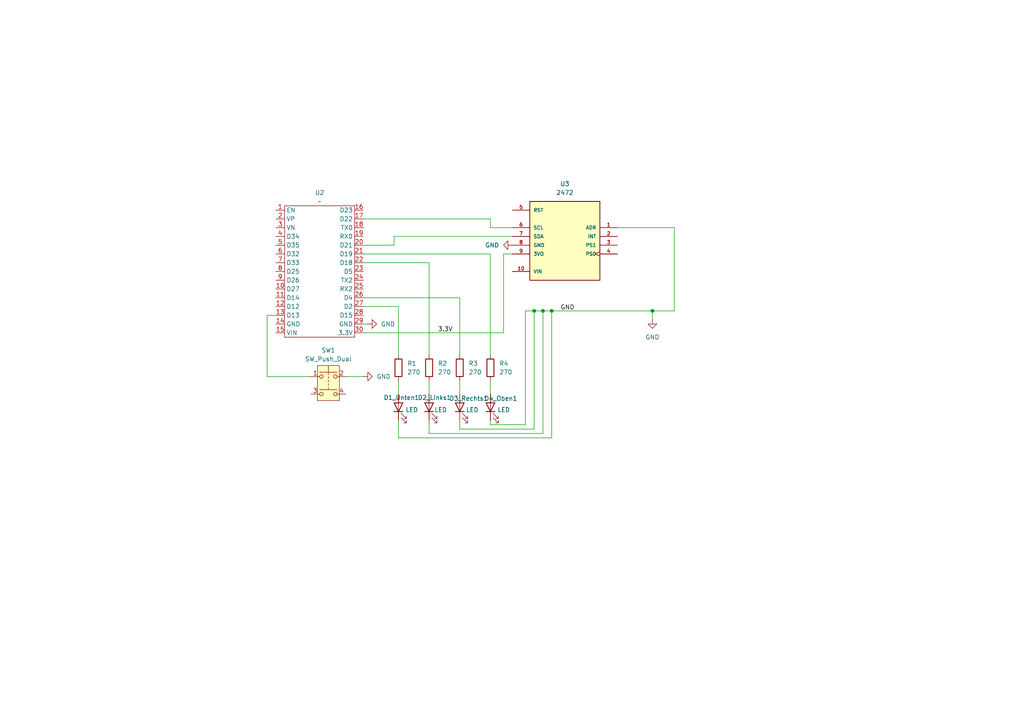
<source format=kicad_sch>
(kicad_sch (version 20250114) (generator "eeschema") (generator_version "9.0")
  (paper "A4")
  (lib_symbols
    (symbol "2472:2472" (pin_names (offset 1.016))
      (property "Reference" "U" (at -10.16 13.208 0))
      (property "Value" "2472" (at -10.16 -12.7 0))
      (symbol "2472_0_0"
        (rectangle (start -10.16 -10.16) (end 10.16 12.7) (stroke (width 0.254)) (fill (type background)))
      )
      (symbol "2472_1_0"
        (pin input line (at -15.24 5.08 0) (length 5.08) (name "ADR") (number "1"))
        (pin output line (at -15.24 2.54 0) (length 5.08) (name "INT") (number "2"))
        (pin input line (at -15.24 0 0) (length 5.08) (name "PS1") (number "3"))
        (pin input clock (at -15.24 -2.54 0) (length 5.08) (name "PS0") (number "4"))
        (pin input line (at 15.24 10.16 180) (length 5.08) (name "RST") (number "5"))
        (pin input line (at 15.24 5.08 180) (length 5.08) (name "SCL") (number "6"))
        (pin bidirectional line (at 15.24 2.54 180) (length 5.08) (name "SDA") (number "7"))
        (pin passive line (at 15.24 0 180) (length 5.08) (name "GND") (number "8"))
        (pin power_out line (at 15.24 -2.54 180) (length 5.08) (name "3VO") (number "9"))
        (pin power_in line (at 15.24 -7.62 180) (length 5.08) (name "VIN") (number "10"))
      )
    )
    (symbol "Device:LED" (pin_numbers (hide yes)) (pin_names (offset 1.016) (hide yes))
      (property "Reference" "D" (at 0 2.54 0))
      (property "Value" "LED" (at 0 -2.54 0))
      (symbol "LED_0_1"
        (polyline (pts (xy -3.048 -0.762) (xy -4.572 -2.286) (xy -3.81 -2.286) (xy -4.572 -2.286) (xy -4.572 -1.524)))
        (polyline (pts (xy -1.778 -0.762) (xy -3.302 -2.286) (xy -2.54 -2.286) (xy -3.302 -2.286) (xy -3.302 -1.524)))
        (polyline (pts (xy -1.27 0) (xy 1.27 0)))
        (polyline (pts (xy -1.27 -1.27) (xy -1.27 1.27)) (stroke (width 0.254)))
        (polyline (pts (xy 1.27 -1.27) (xy 1.27 1.27) (xy -1.27 0) (xy 1.27 -1.27)) (stroke (width 0.254)))
      )
      (symbol "LED_1_1"
        (pin passive line (at -3.81 0 0) (length 2.54) (name "K") (number "1"))
        (pin passive line (at 3.81 0 180) (length 2.54) (name "A") (number "2"))
      )
    )
    (symbol "Device:R" (pin_numbers (hide yes)) (pin_names (offset 0))
      (property "Reference" "R" (at 2.032 0 90))
      (property "Value" "R" (at 0 0 90))
      (symbol "R_0_1"
        (rectangle (start -1.016 -2.54) (end 1.016 2.54) (stroke (width 0.254)))
      )
      (symbol "R_1_1"
        (pin passive line (at 0 3.81 270) (length 1.27) (name "~") (number "1"))
        (pin passive line (at 0 -3.81 90) (length 1.27) (name "~") (number "2"))
      )
    )
    (symbol "JoyIt_NodeMCU_ESP32_1"
      (property "Reference" "U" (at 0 0 0))
      (symbol "JoyIt_NodeMCU_ESP32_1_0_1"
        (rectangle (start 0 -1.27) (end 20.32 -39.37))
      )
      (symbol "JoyIt_NodeMCU_ESP32_1_1_1"
        (pin input line (at -2.54 -2.54 0) (length 2.54) (name "EN") (number "1"))
        (pin input line (at -2.54 -5.08 0) (length 2.54) (name "VP") (number "2"))
        (pin input line (at -2.54 -7.62 0) (length 2.54) (name "VN") (number "3"))
        (pin input line (at -2.54 -10.16 0) (length 2.54) (name "D34") (number "4"))
        (pin input line (at -2.54 -12.7 0) (length 2.54) (name "D35") (number "5"))
        (pin bidirectional line (at -2.54 -15.24 0) (length 2.54) (name "D32") (number "6"))
        (pin bidirectional line (at -2.54 -17.78 0) (length 2.54) (name "D33") (number "7"))
        (pin bidirectional line (at -2.54 -20.32 0) (length 2.54) (name "D25") (number "8"))
        (pin bidirectional line (at -2.54 -22.86 0) (length 2.54) (name "D26") (number "9"))
        (pin bidirectional line (at -2.54 -25.4 0) (length 2.54) (name "D27") (number "10"))
        (pin bidirectional line (at -2.54 -27.94 0) (length 2.54) (name "D14") (number "11"))
        (pin bidirectional line (at -2.54 -30.48 0) (length 2.54) (name "D12") (number "12"))
        (pin bidirectional line (at -2.54 -33.02 0) (length 2.54) (name "D13") (number "13"))
        (pin passive line (at -2.54 -35.56 0) (length 2.54) (name "GND") (number "14"))
        (pin power_in line (at -2.54 -38.1 0) (length 2.54) (name "VIN") (number "15"))
        (pin bidirectional line (at 22.86 -2.54 180) (length 2.54) (name "D23") (number "16"))
        (pin bidirectional line (at 22.86 -5.08 180) (length 2.54) (name "D22") (number "17"))
        (pin output line (at 22.86 -7.62 180) (length 2.54) (name "TX0") (number "18"))
        (pin input line (at 22.86 -10.16 180) (length 2.54) (name "RX0") (number "19"))
        (pin bidirectional line (at 22.86 -12.7 180) (length 2.54) (name "D21") (number "20"))
        (pin bidirectional line (at 22.86 -15.24 180) (length 2.54) (name "D19") (number "21"))
        (pin bidirectional line (at 22.86 -17.78 180) (length 2.54) (name "D18") (number "22"))
        (pin bidirectional line (at 22.86 -20.32 180) (length 2.54) (name "D5") (number "23"))
        (pin output line (at 22.86 -22.86 180) (length 2.54) (name "TX2") (number "24"))
        (pin input line (at 22.86 -25.4 180) (length 2.54) (name "RX2") (number "25"))
        (pin bidirectional line (at 22.86 -27.94 180) (length 2.54) (name "D4") (number "26"))
        (pin bidirectional line (at 22.86 -30.48 180) (length 2.54) (name "D2") (number "27"))
        (pin bidirectional line (at 22.86 -33.02 180) (length 2.54) (name "D15") (number "28"))
        (pin passive line (at 22.86 -35.56 180) (length 2.54) (name "GND") (number "29"))
        (pin power_out line (at 22.86 -38.1 180) (length 2.54) (name "3.3V") (number "30"))
      )
    )
    (symbol "Switch:SW_Push_Dual" (pin_names (offset 1.016) (hide yes))
      (property "Reference" "SW" (at 0 7.62 0))
      (property "Value" "SW_Push_Dual" (at 0 -6.35 0))
      (symbol "SW_Push_Dual_0_1"
        (circle (center -2.032 2.54) (radius 0.508))
        (circle (center -2.032 -2.54) (radius 0.508))
        (polyline (pts (xy 0 3.81) (xy 0 5.588)))
        (polyline (pts (xy 0 3.048) (xy 0 3.556)))
        (polyline (pts (xy 0 2.032) (xy 0 2.54)))
        (polyline (pts (xy 0 1.016) (xy 0 1.524)))
        (polyline (pts (xy 0 0.508) (xy 0 0)))
        (polyline (pts (xy 0 -0.508) (xy 0 -1.016)))
        (circle (center 2.032 2.54) (radius 0.508))
        (circle (center 2.032 -2.54) (radius 0.508))
        (polyline (pts (xy 2.54 3.81) (xy -2.54 3.81)))
        (polyline (pts (xy 2.54 -1.27) (xy -2.54 -1.27)))
        (pin passive line (at -5.08 2.54 0) (length 2.54) (name "1") (number "1"))
        (pin passive line (at -5.08 -2.54 0) (length 2.54) (name "3") (number "3"))
        (pin passive line (at 5.08 2.54 180) (length 2.54) (name "2") (number "2"))
        (pin passive line (at 5.08 -2.54 180) (length 2.54) (name "4") (number "4"))
      )
      (symbol "SW_Push_Dual_1_1"
        (rectangle (start -3.175 5.715) (end 3.175 -4.445) (fill (type background)))
      )
    )
    (symbol "power:GND" (power) (pin_numbers (hide yes)) (pin_names (offset 0) (hide yes))
      (property "Value" "GND" (at 0 -3.81 0))
      (symbol "GND_0_1"
        (polyline (pts (xy 0 0) (xy 0 -1.27) (xy 1.27 -1.27) (xy 0 -2.54) (xy -1.27 -1.27) (xy 0 -1.27)))
      )
      (symbol "GND_1_1"
        (pin power_in line (at 0 0 270) (length 0) (name "~") (number "1"))
      )
    )
  )
  (junction (at 160.02 90.17))
  (junction (at 189.23 90.17))
  (junction (at 154.94 90.17))
  (junction (at 157.48 90.17))
  (wire (pts (xy 77.47 109.22) (xy 77.47 91.44)))
  (wire (pts (xy 154.94 124.46) (xy 154.94 90.17)))
  (wire (pts (xy 154.94 90.17) (xy 157.48 90.17)))
  (wire (pts (xy 105.41 63.5) (xy 142.24 63.5)))
  (wire (pts (xy 189.23 90.17) (xy 195.58 90.17)))
  (wire (pts (xy 142.24 102.87) (xy 142.24 73.66)))
  (wire (pts (xy 115.57 88.9) (xy 105.41 88.9)))
  (wire (pts (xy 133.35 110.49) (xy 133.35 114.3)))
  (wire (pts (xy 77.47 91.44) (xy 80.01 91.44)))
  (wire (pts (xy 142.24 66.04) (xy 142.24 63.5)))
  (wire (pts (xy 148.59 68.58) (xy 114.3 68.58)))
  (wire (pts (xy 179.07 66.04) (xy 195.58 66.04)))
  (wire (pts (xy 142.24 123.19) (xy 152.4 123.19)))
  (wire (pts (xy 133.35 121.92) (xy 133.35 124.46)))
  (wire (pts (xy 148.59 73.66) (xy 146.05 73.66)))
  (wire (pts (xy 114.3 71.12) (xy 105.41 71.12)))
  (wire (pts (xy 157.48 125.73) (xy 157.48 90.17)))
  (wire (pts (xy 124.46 102.87) (xy 124.46 76.2)))
  (wire (pts (xy 142.24 110.49) (xy 142.24 114.3)))
  (wire (pts (xy 114.3 68.58) (xy 114.3 71.12)))
  (wire (pts (xy 115.57 121.92) (xy 115.57 127)))
  (wire (pts (xy 115.57 127) (xy 160.02 127)))
  (wire (pts (xy 195.58 66.04) (xy 195.58 90.17)))
  (wire (pts (xy 133.35 86.36) (xy 105.41 86.36)))
  (wire (pts (xy 133.35 124.46) (xy 154.94 124.46)))
  (wire (pts (xy 152.4 123.19) (xy 152.4 90.17)))
  (wire (pts (xy 90.17 109.22) (xy 77.47 109.22)))
  (wire (pts (xy 148.59 66.04) (xy 142.24 66.04)))
  (wire (pts (xy 124.46 121.92) (xy 124.46 125.73)))
  (wire (pts (xy 160.02 127) (xy 160.02 90.17)))
  (wire (pts (xy 124.46 110.49) (xy 124.46 114.3)))
  (wire (pts (xy 124.46 76.2) (xy 105.41 76.2)))
  (wire (pts (xy 142.24 121.92) (xy 142.24 123.19)))
  (wire (pts (xy 152.4 90.17) (xy 154.94 90.17)))
  (wire (pts (xy 105.41 96.52) (xy 146.05 96.52)))
  (wire (pts (xy 160.02 90.17) (xy 189.23 90.17)))
  (wire (pts (xy 189.23 90.17) (xy 189.23 92.71)))
  (wire (pts (xy 133.35 102.87) (xy 133.35 86.36)))
  (wire (pts (xy 146.05 73.66) (xy 146.05 96.52)))
  (wire (pts (xy 100.33 109.22) (xy 105.41 109.22)))
  (wire (pts (xy 124.46 125.73) (xy 157.48 125.73)))
  (wire (pts (xy 157.48 90.17) (xy 160.02 90.17)))
  (wire (pts (xy 115.57 102.87) (xy 115.57 88.9)))
  (wire (pts (xy 106.68 93.98) (xy 105.41 93.98)))
  (wire (pts (xy 142.24 73.66) (xy 105.41 73.66)))
  (wire (pts (xy 115.57 110.49) (xy 115.57 114.3)))
  (label "GND" (at 162.56 90.17 0))
  (label "3.3V" (at 127 96.52 0))
  (symbol (lib_id "Switch:SW_Push_Dual") (at 95.25 111.76 0) (unit 1)
    (property "Reference" "SW1" (at 95.25 101.6 0))
    (property "Value" "SW_Push_Dual" (at 95.25 104.14 0))
    (property "Footprint" "Button_Switch_THT:SW_SPST_Omron_B3F-40xx" (effects (hide yes)))
    (property "Description" "Push button switch, generic, symbol, four pins" (effects (hide yes)))
  )
  (symbol (lib_id "Device:LED") (at 115.57 118.11 90) (unit 1)
    (property "Reference" "D1_Unten1" (at 111.252 115.316 90) (effects (justify right)))
    (property "Value" "LED" (at 117.602 118.872 90) (effects (justify right)))
    (property "Footprint" "LED_THT:LED_D3.0mm" (effects (hide yes)))
    (property "Description" "Light emitting diode" (effects (hide yes)))
    (property "Sim.Pins" "1=K 2=A" (effects (hide yes)))
  )
  (symbol (lib_id "power:GND") (at 106.68 93.98 90) (unit 1)
    (property "Reference" "#PWR02" (effects (hide yes)))
    (property "Value" "GND" (at 110.49 93.9799 90) (effects (justify right)))
    (property "Description" "Power symbol creates a global label with name \"GND\" , ground" (effects (hide yes)))
  )
  (symbol (lib_id "Device:LED") (at 142.24 118.11 90) (unit 1)
    (property "Reference" "D4_Oben1" (at 140.462 115.57 90) (effects (justify right)))
    (property "Value" "LED" (at 144.272 118.872 90) (effects (justify right)))
    (property "Footprint" "LED_THT:LED_D3.0mm" (effects (hide yes)))
    (property "Description" "Light emitting diode" (effects (hide yes)))
    (property "Sim.Pins" "1=K 2=A" (effects (hide yes)))
  )
  (symbol (lib_id "power:GND") (at 189.23 92.71 0) (unit 1)
    (property "Reference" "#PWR04" (effects (hide yes)))
    (property "Value" "GND" (at 189.23 97.79 0))
    (property "Description" "Power symbol creates a global label with name \"GND\" , ground" (effects (hide yes)))
  )
  (symbol (lib_id "power:GND") (at 148.59 71.12 270) (unit 1)
    (property "Reference" "#PWR01" (effects (hide yes)))
    (property "Value" "GND" (at 144.78 71.1199 90) (effects (justify right)))
    (property "Description" "Power symbol creates a global label with name \"GND\" , ground" (effects (hide yes)))
  )
  (symbol (lib_id "Device:R") (at 133.35 106.68 0) (unit 1)
    (property "Reference" "R3" (at 135.89 105.4099 0) (effects (justify left)))
    (property "Value" "270" (at 135.89 107.9499 0) (effects (justify left)))
    (property "Footprint" "Resistor_THT:R_Axial_DIN0204_L3.6mm_D1.6mm_P2.54mm_Vertical" (effects (hide yes)))
    (property "Description" "Resistor" (effects (hide yes)))
  )
  (symbol (lib_id "Device:R") (at 115.57 106.68 0) (unit 1)
    (property "Reference" "R1" (at 118.11 105.4099 0) (effects (justify left)))
    (property "Value" "270" (at 118.11 107.9499 0) (effects (justify left)))
    (property "Footprint" "Resistor_THT:R_Axial_DIN0204_L3.6mm_D1.6mm_P2.54mm_Vertical" (effects (hide yes)))
    (property "Description" "Resistor" (effects (hide yes)))
  )
  (symbol (lib_id "power:GND") (at 105.41 109.22 90) (unit 1)
    (property "Reference" "#PWR03" (effects (hide yes)))
    (property "Value" "GND" (at 109.22 109.2199 90) (effects (justify right)))
    (property "Description" "Power symbol creates a global label with name \"GND\" , ground" (effects (hide yes)))
  )
  (symbol (lib_id "Device:LED") (at 133.35 118.11 90) (unit 1)
    (property "Reference" "D3_Rechts1" (at 130.302 115.57 90) (effects (justify right)))
    (property "Value" "LED" (at 135.128 118.872 90) (effects (justify right)))
    (property "Footprint" "LED_THT:LED_D3.0mm" (effects (hide yes)))
    (property "Description" "Light emitting diode" (effects (hide yes)))
    (property "Sim.Pins" "1=K 2=A" (effects (hide yes)))
  )
  (symbol (lib_id "Device:R") (at 142.24 106.68 0) (unit 1)
    (property "Reference" "R4" (at 144.78 105.4099 0) (effects (justify left)))
    (property "Value" "270" (at 144.78 107.9499 0) (effects (justify left)))
    (property "Footprint" "Resistor_THT:R_Axial_DIN0204_L3.6mm_D1.6mm_P2.54mm_Vertical" (effects (hide yes)))
    (property "Description" "Resistor" (effects (hide yes)))
  )
  (symbol (lib_id "Device:R") (at 124.46 106.68 0) (unit 1)
    (property "Reference" "R2" (at 127 105.4099 0) (effects (justify left)))
    (property "Value" "270" (at 127 107.9499 0) (effects (justify left)))
    (property "Footprint" "Resistor_THT:R_Axial_DIN0204_L3.6mm_D1.6mm_P2.54mm_Vertical" (effects (hide yes)))
    (property "Description" "Resistor" (effects (hide yes)))
  )
  (symbol (lib_name "JoyIt_NodeMCU_ESP32_1") (lib_id "custom_library:JoyIt_NodeMCU_ESP32") (at 82.55 58.42 0) (unit 1)
    (property "Reference" "U2" (at 92.71 55.88 0))
    (property "Value" "~" (at 92.71 58.42 0))
    (property "Footprint" "custom_kicad_footprint_lib:JOY-IT Node_MCU_ESP32" (effects (hide yes)))
  )
  (symbol (lib_id "2472:2472") (at 163.83 71.12 0) (mirror y) (unit 1)
    (property "Reference" "U3" (at 163.83 53.34 0))
    (property "Value" "2472" (at 163.83 55.88 0))
    (property "Footprint" "2472:MODULE_2472" (effects (hide yes)))
    (property "MF" "Adafruit" (effects (hide yes)))
    (property "Description_1" "Adafruit 9-DOF Absolute Orientation IMU Fusion Breakout - BNO055 | Adafruit Industries 2472" (effects (hide yes)))
    (property "Package" "Non-Standard Adafruit" (effects (hide yes)))
    (property "Price" "None" (effects (hide yes)))
    (property "Check_prices" "https://www.snapeda.com/parts/2472/Adafruit+Industries/view-part/?ref=eda" (effects (hide yes)))
    (property "STANDARD" "Manufacturer Recommendations" (effects (hide yes)))
    (property "PARTREV" "N/A" (effects (hide yes)))
    (property "SnapEDA_Link" "https://www.snapeda.com/parts/2472/Adafruit+Industries/view-part/?ref=snap" (effects (hide yes)))
    (property "MP" "2472" (effects (hide yes)))
    (property "Availability" "In Stock" (effects (hide yes)))
    (property "MANUFACTURER" "Adafruit Industries" (effects (hide yes)))
  )
  (symbol (lib_id "Device:LED") (at 124.46 118.11 90) (unit 1)
    (property "Reference" "D2_Links1" (at 121.158 115.316 90) (effects (justify right)))
    (property "Value" "LED" (at 125.984 118.872 90) (effects (justify right)))
    (property "Footprint" "LED_THT:LED_D3.0mm" (effects (hide yes)))
    (property "Description" "Light emitting diode" (effects (hide yes)))
    (property "Sim.Pins" "1=K 2=A" (effects (hide yes)))
  )
)
</source>
